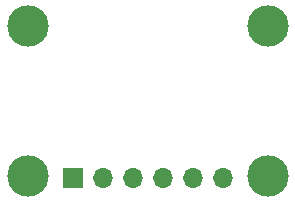
<source format=gbr>
%TF.GenerationSoftware,KiCad,Pcbnew,8.0.1*%
%TF.CreationDate,2024-04-26T21:14:53-06:00*%
%TF.ProjectId,apds-9306-sensor,61706473-2d39-4333-9036-2d73656e736f,rev?*%
%TF.SameCoordinates,Original*%
%TF.FileFunction,Soldermask,Bot*%
%TF.FilePolarity,Negative*%
%FSLAX46Y46*%
G04 Gerber Fmt 4.6, Leading zero omitted, Abs format (unit mm)*
G04 Created by KiCad (PCBNEW 8.0.1) date 2024-04-26 21:14:53*
%MOMM*%
%LPD*%
G01*
G04 APERTURE LIST*
%ADD10C,3.500000*%
%ADD11R,1.700000X1.700000*%
%ADD12O,1.700000X1.700000*%
G04 APERTURE END LIST*
D10*
%TO.C,H1*%
X175260000Y-78740000D03*
%TD*%
%TO.C,H4*%
X154940000Y-91440000D03*
%TD*%
%TO.C,H3*%
X175260000Y-91440000D03*
%TD*%
%TO.C,H2*%
X154940000Y-78740000D03*
%TD*%
D11*
%TO.C,J1*%
X158750000Y-91669000D03*
D12*
X161290000Y-91669000D03*
X163830000Y-91669000D03*
X166370000Y-91669000D03*
X168910000Y-91669000D03*
X171450000Y-91669000D03*
%TD*%
M02*

</source>
